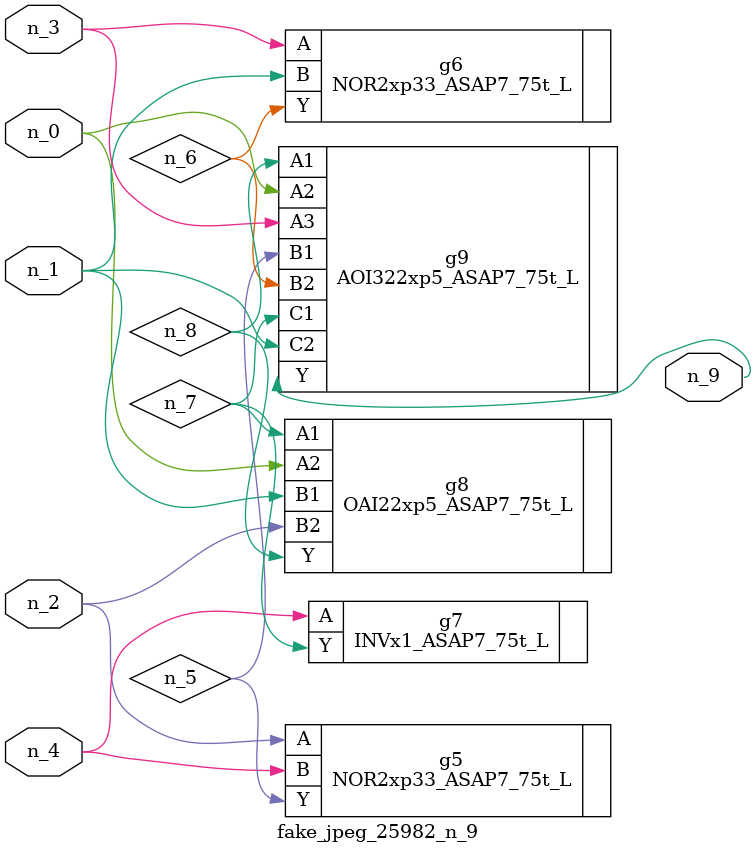
<source format=v>
module fake_jpeg_25982_n_9 (n_3, n_2, n_1, n_0, n_4, n_9);

input n_3;
input n_2;
input n_1;
input n_0;
input n_4;

output n_9;

wire n_8;
wire n_6;
wire n_5;
wire n_7;

NOR2xp33_ASAP7_75t_L g5 ( 
.A(n_2),
.B(n_4),
.Y(n_5)
);

NOR2xp33_ASAP7_75t_L g6 ( 
.A(n_3),
.B(n_1),
.Y(n_6)
);

INVx1_ASAP7_75t_L g7 ( 
.A(n_4),
.Y(n_7)
);

OAI22xp5_ASAP7_75t_L g8 ( 
.A1(n_7),
.A2(n_0),
.B1(n_1),
.B2(n_2),
.Y(n_8)
);

AOI322xp5_ASAP7_75t_L g9 ( 
.A1(n_8),
.A2(n_0),
.A3(n_3),
.B1(n_5),
.B2(n_6),
.C1(n_7),
.C2(n_1),
.Y(n_9)
);


endmodule
</source>
